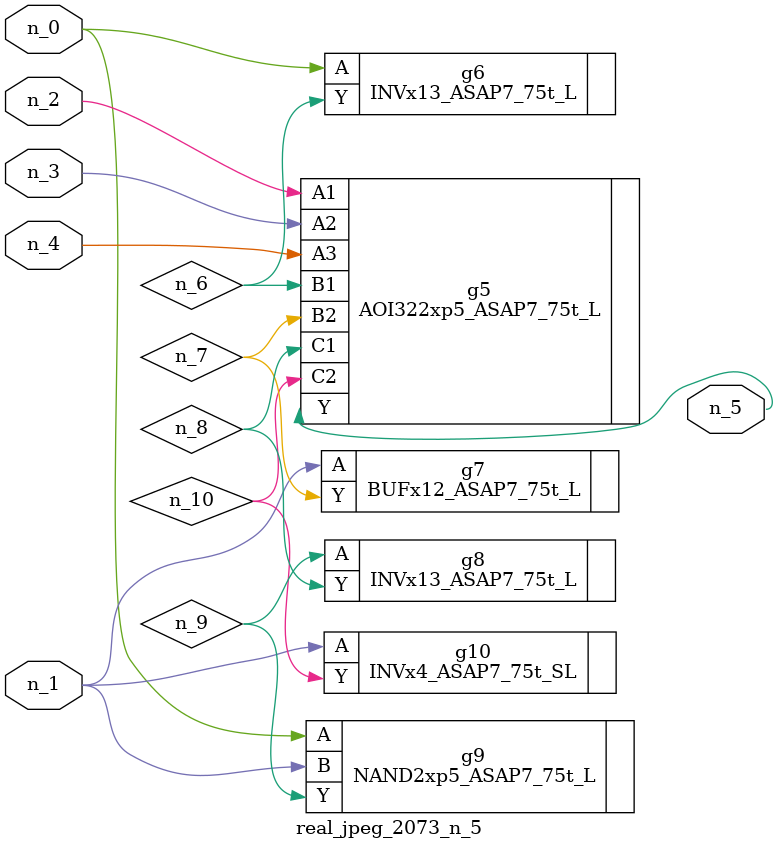
<source format=v>
module real_jpeg_2073_n_5 (n_4, n_0, n_1, n_2, n_3, n_5);

input n_4;
input n_0;
input n_1;
input n_2;
input n_3;

output n_5;

wire n_8;
wire n_6;
wire n_7;
wire n_10;
wire n_9;

INVx13_ASAP7_75t_L g6 ( 
.A(n_0),
.Y(n_6)
);

NAND2xp5_ASAP7_75t_L g9 ( 
.A(n_0),
.B(n_1),
.Y(n_9)
);

BUFx12_ASAP7_75t_L g7 ( 
.A(n_1),
.Y(n_7)
);

INVx4_ASAP7_75t_SL g10 ( 
.A(n_1),
.Y(n_10)
);

AOI322xp5_ASAP7_75t_L g5 ( 
.A1(n_2),
.A2(n_3),
.A3(n_4),
.B1(n_6),
.B2(n_7),
.C1(n_8),
.C2(n_10),
.Y(n_5)
);

INVx13_ASAP7_75t_L g8 ( 
.A(n_9),
.Y(n_8)
);


endmodule
</source>
